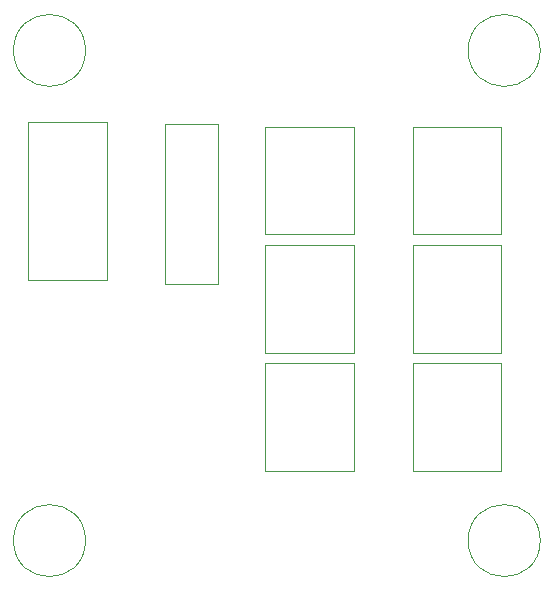
<source format=gbr>
%TF.GenerationSoftware,KiCad,Pcbnew,5.1.10-88a1d61d58~90~ubuntu20.04.1*%
%TF.CreationDate,2021-07-30T18:16:54+01:00*%
%TF.ProjectId,temp_breakout,74656d70-5f62-4726-9561-6b6f75742e6b,rev?*%
%TF.SameCoordinates,Original*%
%TF.FileFunction,Other,User*%
%FSLAX46Y46*%
G04 Gerber Fmt 4.6, Leading zero omitted, Abs format (unit mm)*
G04 Created by KiCad (PCBNEW 5.1.10-88a1d61d58~90~ubuntu20.04.1) date 2021-07-30 18:16:54*
%MOMM*%
%LPD*%
G01*
G04 APERTURE LIST*
%ADD10C,0.050000*%
G04 APERTURE END LIST*
D10*
%TO.C,J5*%
X153750000Y-99580000D02*
X153750000Y-90500000D01*
X146250000Y-99580000D02*
X153750000Y-99580000D01*
X146250000Y-90500000D02*
X146250000Y-99580000D01*
X153750000Y-90500000D02*
X146250000Y-90500000D01*
%TO.C,J7*%
X153750000Y-109580000D02*
X153750000Y-100500000D01*
X146250000Y-109580000D02*
X153750000Y-109580000D01*
X146250000Y-100500000D02*
X146250000Y-109580000D01*
X153750000Y-100500000D02*
X146250000Y-100500000D01*
%TO.C,J6*%
X153750000Y-119580000D02*
X153750000Y-110500000D01*
X146250000Y-119580000D02*
X153750000Y-119580000D01*
X146250000Y-110500000D02*
X146250000Y-119580000D01*
X153750000Y-110500000D02*
X146250000Y-110500000D01*
%TO.C,J3*%
X141250000Y-119580000D02*
X141250000Y-110500000D01*
X133750000Y-119580000D02*
X141250000Y-119580000D01*
X133750000Y-110500000D02*
X133750000Y-119580000D01*
X141250000Y-110500000D02*
X133750000Y-110500000D01*
%TO.C,J4*%
X141250000Y-109580000D02*
X141250000Y-100500000D01*
X133750000Y-109580000D02*
X141250000Y-109580000D01*
X133750000Y-100500000D02*
X133750000Y-109580000D01*
X141250000Y-100500000D02*
X133750000Y-100500000D01*
%TO.C,R1*%
X125250000Y-103750000D02*
X129750000Y-103750000D01*
X129750000Y-103750000D02*
X129750000Y-90250000D01*
X129750000Y-90250000D02*
X125250000Y-90250000D01*
X125250000Y-90250000D02*
X125250000Y-103750000D01*
%TO.C,J2*%
X141250000Y-90500000D02*
X133750000Y-90500000D01*
X133750000Y-90500000D02*
X133750000Y-99580000D01*
X133750000Y-99580000D02*
X141250000Y-99580000D01*
X141250000Y-99580000D02*
X141250000Y-90500000D01*
%TO.C,J1*%
X113650000Y-103450000D02*
X120400000Y-103450000D01*
X120400000Y-103450000D02*
X120400000Y-90050000D01*
X120400000Y-90050000D02*
X113650000Y-90050000D01*
X113650000Y-90050000D02*
X113650000Y-103450000D01*
%TO.C,REF\u002A\u002A*%
X157050000Y-125500000D02*
G75*
G03*
X157050000Y-125500000I-3050000J0D01*
G01*
X157050000Y-84000000D02*
G75*
G03*
X157050000Y-84000000I-3050000J0D01*
G01*
X118550000Y-125500000D02*
G75*
G03*
X118550000Y-125500000I-3050000J0D01*
G01*
X118550000Y-84000000D02*
G75*
G03*
X118550000Y-84000000I-3050000J0D01*
G01*
%TD*%
M02*

</source>
